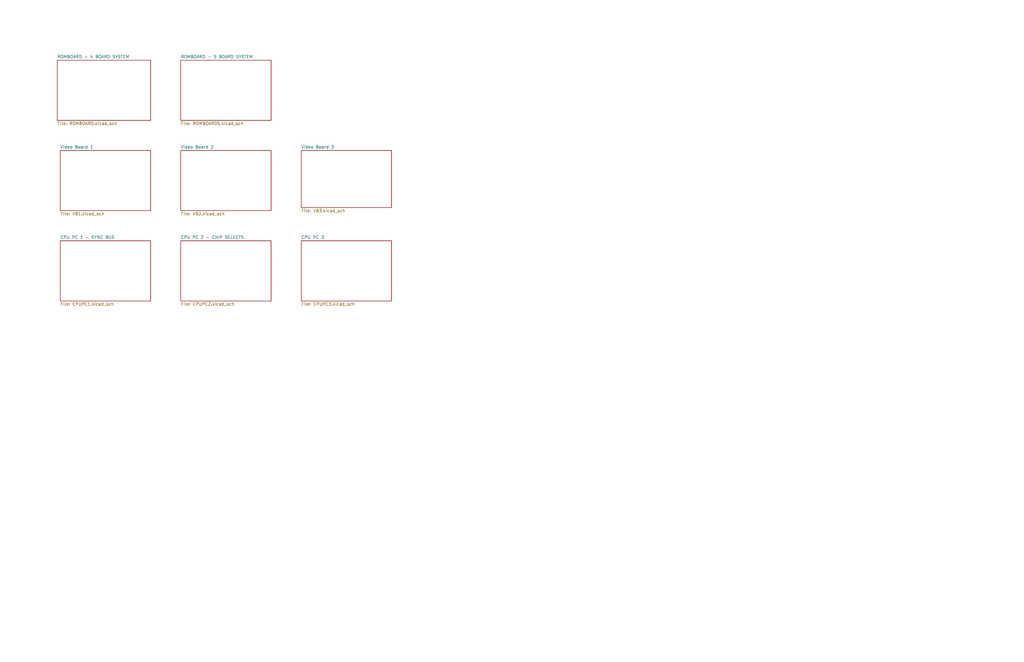
<source format=kicad_sch>
(kicad_sch (version 20211123) (generator eeschema)
  (paper "B")
  (title_block (title "TAITO SYSTEM SJ") (company "ANTON GALE"))
  (lib_symbols)
  (sheet (at 127 101.6) (size 38.1 25.4) (stroke (width 0.1524))
    (property "Sheet name" "CPU PC 3" (at 127 100.8884 0) (effects (justify left bottom)))
    (property "Sheet file" "CPUPC3.kicad_sch" (at 127 127.5846 0) (effects (justify left top)))
  )
  (sheet (at 76.2 25.4) (size 38.1 25.4) (stroke (width 0.1524))
    (property "Sheet name" "ROMBOARD - 5 BOARD SYSTEM" (at 76.2 24.6884 0) (effects (justify left bottom)))
    (property "Sheet file" "ROMBOARD5.kicad_sch" (at 76.2 51.3846 0) (effects (justify left top)))
  )
  (sheet (at 25.4 101.6) (size 38.1 25.4) (stroke (width 0.1524))
    (property "Sheet name" "CPU PC 1 - SYNC BUS" (at 25.4 100.8884 0) (effects (justify left bottom)))
    (property "Sheet file" "CPUPC1.kicad_sch" (at 25.4 127.5846 0) (effects (justify left top)))
  )
  (sheet (at 24.13 25.4) (size 39.37 25.4) (stroke (width 0.1524))
    (property "Sheet name" "ROMBOARD - 4 BOARD SYSTEM" (at 24.13 24.6884 0) (effects (justify left bottom)))
    (property "Sheet file" "ROMBOARD.kicad_sch" (at 24.13 51.3846 0) (effects (justify left top)))
  )
  (sheet (at 25.4 63.5) (size 38.1 25.4) (stroke (width 0.1524))
    (property "Sheet name" "Video Board 1" (at 25.4 62.7884 0) (effects (justify left bottom)))
    (property "Sheet file" "VB1.kicad_sch" (at 25.4 89.4846 0) (effects (justify left top)))
  )
  (sheet (at 76.2 63.5) (size 38.1 25.4) (stroke (width 0.1524))
    (property "Sheet name" "Video Board 2" (at 76.2 62.7884 0) (effects (justify left bottom)))
    (property "Sheet file" "VB2.kicad_sch" (at 76.2 89.4846 0) (effects (justify left top)))
  )
  (sheet (at 76.2 101.6) (size 38.1 25.4) (stroke (width 0.1524))
    (property "Sheet name" "CPU PC 2 - CHIP SELECTS" (at 76.2 100.8884 0) (effects (justify left bottom)))
    (property "Sheet file" "CPUPC2.kicad_sch" (at 76.2 127.5846 0) (effects (justify left top)))
  )
  (sheet (at 127 63.5) (size 38.1 24.13) (stroke (width 0.1524))
    (property "Sheet name" "Video Board 3" (at 127 62.7884 0) (effects (justify left bottom)))
    (property "Sheet file" "VB3.kicad_sch" (at 127 88.2146 0) (effects (justify left top)))
  )
)
</source>
